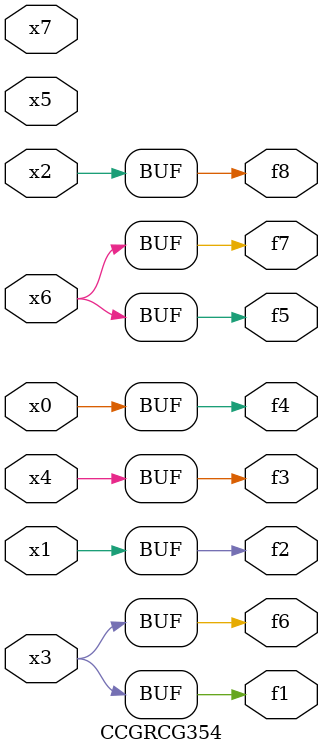
<source format=v>
module CCGRCG354(
	input x0, x1, x2, x3, x4, x5, x6, x7,
	output f1, f2, f3, f4, f5, f6, f7, f8
);
	assign f1 = x3;
	assign f2 = x1;
	assign f3 = x4;
	assign f4 = x0;
	assign f5 = x6;
	assign f6 = x3;
	assign f7 = x6;
	assign f8 = x2;
endmodule

</source>
